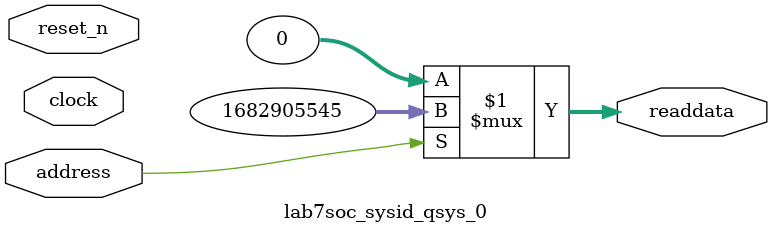
<source format=v>



// synthesis translate_off
`timescale 1ns / 1ps
// synthesis translate_on

// turn off superfluous verilog processor warnings 
// altera message_level Level1 
// altera message_off 10034 10035 10036 10037 10230 10240 10030 

module lab7soc_sysid_qsys_0 (
               // inputs:
                address,
                clock,
                reset_n,

               // outputs:
                readdata
             )
;

  output  [ 31: 0] readdata;
  input            address;
  input            clock;
  input            reset_n;

  wire    [ 31: 0] readdata;
  //control_slave, which is an e_avalon_slave
  assign readdata = address ? 1682905545 : 0;

endmodule



</source>
